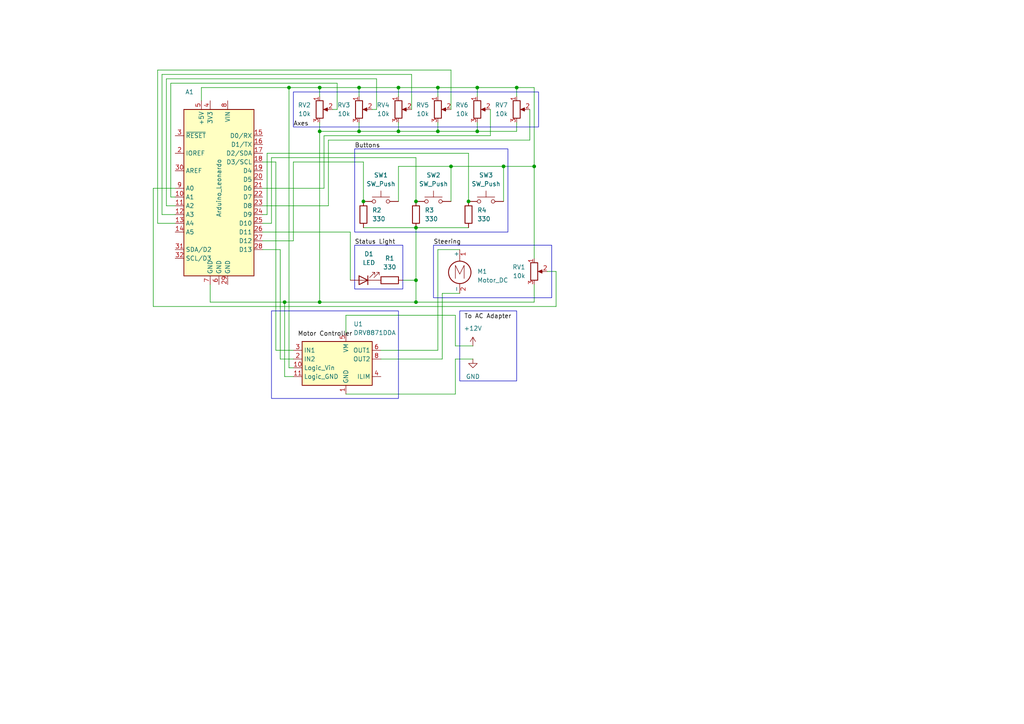
<source format=kicad_sch>
(kicad_sch (version 20231120) (generator "eeschema") (generator_version "8.0")
  (paper "A4")
  (lib_symbols
    (symbol "Device:LED" (pin_numbers hide) (pin_names (offset 1.016) hide)
      (property "Reference" "D" (at 0 2.54 0))
      (property "Value" "LED" (at 0 -2.54 0))
      (symbol "LED_0_1"
        (polyline (pts (xy -1.27 -1.27) (xy -1.27 1.27)) (stroke (width 0.254)))
        (polyline (pts (xy -1.27 0) (xy 1.27 0)))
        (polyline (pts (xy 1.27 -1.27) (xy 1.27 1.27) (xy -1.27 0) (xy 1.27 -1.27)) (stroke (width 0.254)))
        (polyline (pts (xy -3.048 -0.762) (xy -4.572 -2.286) (xy -3.81 -2.286) (xy -4.572 -2.286) (xy -4.572 -1.524)))
        (polyline (pts (xy -1.778 -0.762) (xy -3.302 -2.286) (xy -2.54 -2.286) (xy -3.302 -2.286) (xy -3.302 -1.524)))
      )
      (symbol "LED_1_1"
        (pin passive line (at -3.81 0 0) (length 2.54) (name "K") (number "1"))
        (pin passive line (at 3.81 0 180) (length 2.54) (name "A") (number "2"))
      )
    )
    (symbol "Device:R" (pin_numbers hide) (pin_names (offset 0))
      (property "Reference" "R" (at 2.032 0 90))
      (property "Value" "R" (at 0 0 90))
      (symbol "R_0_1"
        (rectangle (start -1.016 -2.54) (end 1.016 2.54) (stroke (width 0.254)))
      )
      (symbol "R_1_1"
        (pin passive line (at 0 3.81 270) (length 1.27) (name "~") (number "1"))
        (pin passive line (at 0 -3.81 90) (length 1.27) (name "~") (number "2"))
      )
    )
    (symbol "Device:R_Potentiometer" (pin_names (offset 1.016) hide)
      (property "Reference" "RV" (at -4.445 0 90))
      (property "Value" "R_Potentiometer" (at -2.54 0 90))
      (symbol "R_Potentiometer_0_1"
        (polyline (pts (xy 2.54 0) (xy 1.524 0)))
        (polyline (pts (xy 1.143 0) (xy 2.286 0.508) (xy 2.286 -0.508) (xy 1.143 0)) (fill (type outline)))
        (rectangle (start 1.016 2.54) (end -1.016 -2.54) (stroke (width 0.254)))
      )
      (symbol "R_Potentiometer_1_1"
        (pin passive line (at 0 3.81 270) (length 1.27) (name "1") (number "1"))
        (pin passive line (at 3.81 0 180) (length 1.27) (name "2") (number "2"))
        (pin passive line (at 0 -3.81 90) (length 1.27) (name "3") (number "3"))
      )
    )
    (symbol "Driver_Motor:DRV8871DDA"
      (property "Reference" "U1" (at 2.1941 10.16 0))
      (property "Value" "DRV8871DDA" (at 2.1941 7.62 0))
      (symbol "DRV8871DDA_0_1"
        (rectangle (start -12.7 5.08) (end 7.62 -7.62) (stroke (width 0.254)) (fill (type background)))
      )
      (symbol "DRV8871DDA_1_0"
        (pin passive line (at -15.24 -2.54 0) (length 2.54) (name "Logic_Vin") (number "10"))
        (pin passive line (at -15.24 -5.08 0) (length 2.54) (name "Logic_GND") (number "11"))
      )
      (symbol "DRV8871DDA_1_1"
        (pin power_in line (at 0 -10.16 90) (length 2.54) (name "GND") (number "1"))
        (pin input line (at -15.24 0 0) (length 2.54) (name "IN2") (number "2"))
        (pin input line (at -15.24 2.54 0) (length 2.54) (name "IN1") (number "3"))
        (pin passive line (at 10.16 -5.08 180) (length 2.54) (name "ILIM") (number "4"))
        (pin power_in line (at 0 7.62 270) (length 2.54) (name "VM") (number "5"))
        (pin output line (at 10.16 2.54 180) (length 2.54) (name "OUT1") (number "6"))
        (pin passive line (at 0 -10.16 90) (length 2.54) hide (name "GND") (number "7"))
        (pin output line (at 10.16 0 180) (length 2.54) (name "OUT2") (number "8"))
        (pin passive line (at 0 -10.16 90) (length 2.54) hide (name "GND") (number "9"))
      )
    )
    (symbol "MCU_Module:Arduino_Leonardo"
      (property "Reference" "A" (at -10.16 23.495 0))
      (property "Value" "Arduino_Leonardo" (at 5.08 -26.67 0))
      (symbol "Arduino_Leonardo_0_1"
        (rectangle (start -10.16 22.86) (end 10.16 -25.4) (stroke (width 0.254)) (fill (type background)))
      )
      (symbol "Arduino_Leonardo_1_1"
        (pin no_connect line (at -10.16 -20.32 0) (length 2.54) hide (name "NC") (number "1"))
        (pin bidirectional line (at 12.7 -2.54 180) (length 2.54) (name "A1") (number "10"))
        (pin bidirectional line (at 12.7 -5.08 180) (length 2.54) (name "A2") (number "11"))
        (pin bidirectional line (at 12.7 -7.62 180) (length 2.54) (name "A3") (number "12"))
        (pin bidirectional line (at 12.7 -10.16 180) (length 2.54) (name "A4") (number "13"))
        (pin bidirectional line (at 12.7 -12.7 180) (length 2.54) (name "A5") (number "14"))
        (pin bidirectional line (at -12.7 15.24 0) (length 2.54) (name "D0/RX") (number "15"))
        (pin bidirectional line (at -12.7 12.7 0) (length 2.54) (name "D1/TX") (number "16"))
        (pin bidirectional line (at -12.7 10.16 0) (length 2.54) (name "D2/SDA") (number "17"))
        (pin bidirectional line (at -12.7 7.62 0) (length 2.54) (name "D3/SCL") (number "18"))
        (pin bidirectional line (at -12.7 5.08 0) (length 2.54) (name "D4") (number "19"))
        (pin output line (at 12.7 10.16 180) (length 2.54) (name "IOREF") (number "2"))
        (pin bidirectional line (at -12.7 2.54 0) (length 2.54) (name "D5") (number "20"))
        (pin bidirectional line (at -12.7 0 0) (length 2.54) (name "D6") (number "21"))
        (pin bidirectional line (at -12.7 -2.54 0) (length 2.54) (name "D7") (number "22"))
        (pin bidirectional line (at -12.7 -5.08 0) (length 2.54) (name "D8") (number "23"))
        (pin bidirectional line (at -12.7 -7.62 0) (length 2.54) (name "D9") (number "24"))
        (pin bidirectional line (at -12.7 -10.16 0) (length 2.54) (name "D10") (number "25"))
        (pin bidirectional line (at -12.7 -12.7 0) (length 2.54) (name "D11") (number "26"))
        (pin bidirectional line (at -12.7 -15.24 0) (length 2.54) (name "D12") (number "27"))
        (pin bidirectional line (at -12.7 -17.78 0) (length 2.54) (name "D13") (number "28"))
        (pin power_in line (at -2.54 -27.94 90) (length 2.54) (name "GND") (number "29"))
        (pin input line (at 12.7 15.24 180) (length 2.54) (name "~{RESET}") (number "3"))
        (pin input line (at 12.7 5.08 180) (length 2.54) (name "AREF") (number "30"))
        (pin bidirectional line (at 12.7 -17.78 180) (length 2.54) (name "SDA/D2") (number "31"))
        (pin bidirectional line (at 12.7 -20.32 180) (length 2.54) (name "SCL/D3") (number "32"))
        (pin power_out line (at 2.54 25.4 270) (length 2.54) (name "3V3") (number "4"))
        (pin power_out line (at 5.08 25.4 270) (length 2.54) (name "+5V") (number "5"))
        (pin power_in line (at 0 -27.94 90) (length 2.54) (name "GND") (number "6"))
        (pin power_in line (at 2.54 -27.94 90) (length 2.54) (name "GND") (number "7"))
        (pin power_in line (at -2.54 25.4 270) (length 2.54) (name "VIN") (number "8"))
        (pin bidirectional line (at 12.7 0 180) (length 2.54) (name "A0") (number "9"))
      )
    )
    (symbol "Motor:Motor_DC" (pin_names (offset 0))
      (property "Reference" "M" (at 2.54 2.54 0))
      (property "Value" "Motor_DC" (at 2.54 -5.08 0))
      (symbol "Motor_DC_0_0"
        (polyline (pts (xy -1.27 -3.302) (xy -1.27 0.508) (xy 0 -2.032) (xy 1.27 0.508) (xy 1.27 -3.302)))
      )
      (symbol "Motor_DC_0_1"
        (circle (center 0 -1.524) (radius 3.2512) (stroke (width 0.254)))
        (polyline (pts (xy 0 -7.62) (xy 0 -7.112)))
        (polyline (pts (xy 0 -4.7752) (xy 0 -5.1816)))
        (polyline (pts (xy 0 1.7272) (xy 0 2.0828)))
        (polyline (pts (xy 0 2.032) (xy 0 2.54)))
      )
      (symbol "Motor_DC_1_1"
        (pin passive line (at 0 5.08 270) (length 2.54) (name "+") (number "1"))
        (pin passive line (at 0 -7.62 90) (length 2.54) (name "-") (number "2"))
      )
    )
    (symbol "Switch:SW_Push" (pin_numbers hide) (pin_names (offset 1.016) hide)
      (property "Reference" "SW" (at 1.27 2.54 0))
      (property "Value" "SW_Push" (at 0 -1.524 0))
      (symbol "SW_Push_0_1"
        (circle (center -2.032 0) (radius 0.508))
        (polyline (pts (xy 0 1.27) (xy 0 3.048)))
        (polyline (pts (xy 2.54 1.27) (xy -2.54 1.27)))
        (circle (center 2.032 0) (radius 0.508))
        (pin passive line (at -5.08 0 0) (length 2.54) (name "1") (number "1"))
        (pin passive line (at 5.08 0 180) (length 2.54) (name "2") (number "2"))
      )
    )
    (symbol "power:+12V" (power) (pin_numbers hide) (pin_names (offset 0) hide)
      (property "Value" "+12V" (at 0 3.556 0))
      (symbol "+12V_0_1"
        (polyline (pts (xy -0.762 1.27) (xy 0 2.54)))
        (polyline (pts (xy 0 0) (xy 0 2.54)))
        (polyline (pts (xy 0 2.54) (xy 0.762 1.27)))
      )
      (symbol "+12V_1_1"
        (pin power_in line (at 0 0 90) (length 0) (name "~") (number "1"))
      )
    )
    (symbol "power:GND" (power) (pin_numbers hide) (pin_names (offset 0) hide)
      (property "Value" "GND" (at 0 -3.81 0))
      (symbol "GND_0_1"
        (polyline (pts (xy 0 0) (xy 0 -1.27) (xy 1.27 -1.27) (xy 0 -2.54) (xy -1.27 -1.27) (xy 0 -1.27)))
      )
      (symbol "GND_1_1"
        (pin power_in line (at 0 0 270) (length 0) (name "~") (number "1"))
      )
    )
  )
  (junction (at 83.82 25.4))
  (junction (at 127 25.4))
  (junction (at 135.89 58.42))
  (junction (at 120.65 66.04))
  (junction (at 149.86 25.4))
  (junction (at 115.57 25.4))
  (junction (at 127 38.1))
  (junction (at 138.43 25.4))
  (junction (at 104.14 25.4))
  (junction (at 130.81 48.26))
  (junction (at 115.57 38.1))
  (junction (at 104.14 38.1))
  (junction (at 146.05 48.26))
  (junction (at 92.71 38.1))
  (junction (at 92.71 25.4))
  (junction (at 92.71 87.63))
  (junction (at 138.43 38.1))
  (junction (at 105.41 58.42))
  (junction (at 120.65 81.28))
  (junction (at 154.94 48.26))
  (junction (at 120.65 58.42))
  (junction (at 120.65 87.63))
  (junction (at 82.55 87.63))
  (wire (pts (xy 105.41 66.04) (xy 120.65 66.04)))
  (wire (pts (xy 146.05 48.26) (xy 146.05 58.42)))
  (wire (pts (xy 96.52 31.75) (xy 97.79 31.75)))
  (wire (pts (xy 76.2 46.99) (xy 80.01 46.99)))
  (wire (pts (xy 83.82 25.4) (xy 83.82 106.68)))
  (wire (pts (xy 142.24 31.75) (xy 142.24 39.37)))
  (wire (pts (xy 80.01 46.99) (xy 80.01 101.6)))
  (wire (pts (xy 120.65 87.63) (xy 154.94 87.63)))
  (wire (pts (xy 78.74 45.72) (xy 120.65 45.72)))
  (wire (pts (xy 44.45 88.9) (xy 44.45 54.61)))
  (wire (pts (xy 132.08 114.3) (xy 100.33 114.3)))
  (wire (pts (xy 138.43 35.56) (xy 138.43 38.1)))
  (wire (pts (xy 119.38 21.59) (xy 46.99 21.59)))
  (wire (pts (xy 115.57 25.4) (xy 127 25.4)))
  (wire (pts (xy 100.33 96.52) (xy 100.33 91.44)))
  (wire (pts (xy 149.86 25.4) (xy 149.86 27.94)))
  (wire (pts (xy 115.57 48.26) (xy 130.81 48.26)))
  (wire (pts (xy 45.72 20.32) (xy 45.72 64.77)))
  (wire (pts (xy 104.14 35.56) (xy 104.14 38.1)))
  (wire (pts (xy 49.53 24.13) (xy 49.53 57.15)))
  (wire (pts (xy 132.08 104.14) (xy 132.08 114.3)))
  (wire (pts (xy 44.45 54.61) (xy 50.8 54.61)))
  (wire (pts (xy 105.41 46.99) (xy 105.41 58.42)))
  (wire (pts (xy 83.82 25.4) (xy 92.71 25.4)))
  (wire (pts (xy 81.28 104.14) (xy 81.28 72.39)))
  (wire (pts (xy 120.65 81.28) (xy 120.65 87.63)))
  (wire (pts (xy 115.57 38.1) (xy 104.14 38.1)))
  (wire (pts (xy 49.53 57.15) (xy 50.8 57.15)))
  (wire (pts (xy 161.29 78.74) (xy 161.29 88.9)))
  (wire (pts (xy 120.65 45.72) (xy 120.65 58.42)))
  (wire (pts (xy 133.35 85.09) (xy 128.27 85.09)))
  (wire (pts (xy 48.26 22.86) (xy 48.26 59.69)))
  (wire (pts (xy 45.72 64.77) (xy 50.8 64.77)))
  (wire (pts (xy 80.01 101.6) (xy 85.09 101.6)))
  (wire (pts (xy 58.42 29.21) (xy 58.42 25.4)))
  (wire (pts (xy 138.43 38.1) (xy 149.86 38.1)))
  (wire (pts (xy 120.65 66.04) (xy 135.89 66.04)))
  (wire (pts (xy 78.74 64.77) (xy 78.74 45.72)))
  (wire (pts (xy 161.29 88.9) (xy 44.45 88.9)))
  (wire (pts (xy 97.79 24.13) (xy 49.53 24.13)))
  (wire (pts (xy 120.65 66.04) (xy 120.65 81.28)))
  (wire (pts (xy 85.09 104.14) (xy 81.28 104.14)))
  (wire (pts (xy 95.25 59.69) (xy 76.2 59.69)))
  (wire (pts (xy 142.24 39.37) (xy 93.98 39.37)))
  (wire (pts (xy 92.71 35.56) (xy 92.71 38.1)))
  (wire (pts (xy 77.47 44.45) (xy 135.89 44.45)))
  (wire (pts (xy 158.75 78.74) (xy 161.29 78.74)))
  (wire (pts (xy 100.33 91.44) (xy 132.08 91.44)))
  (wire (pts (xy 60.96 87.63) (xy 82.55 87.63)))
  (wire (pts (xy 93.98 39.37) (xy 93.98 54.61)))
  (wire (pts (xy 92.71 25.4) (xy 92.71 27.94)))
  (wire (pts (xy 153.67 40.64) (xy 95.25 40.64)))
  (wire (pts (xy 93.98 54.61) (xy 76.2 54.61)))
  (wire (pts (xy 128.27 85.09) (xy 128.27 104.14)))
  (wire (pts (xy 138.43 27.94) (xy 138.43 25.4)))
  (wire (pts (xy 120.65 81.28) (xy 116.84 81.28)))
  (wire (pts (xy 76.2 64.77) (xy 78.74 64.77)))
  (wire (pts (xy 130.81 48.26) (xy 146.05 48.26)))
  (wire (pts (xy 127 72.39) (xy 133.35 72.39)))
  (wire (pts (xy 154.94 48.26) (xy 154.94 25.4)))
  (wire (pts (xy 104.14 25.4) (xy 115.57 25.4)))
  (wire (pts (xy 119.38 31.75) (xy 119.38 21.59)))
  (wire (pts (xy 60.96 82.55) (xy 60.96 87.63)))
  (wire (pts (xy 132.08 104.14) (xy 137.16 104.14)))
  (wire (pts (xy 58.42 25.4) (xy 83.82 25.4)))
  (wire (pts (xy 76.2 69.85) (xy 85.09 69.85)))
  (wire (pts (xy 154.94 48.26) (xy 154.94 74.93)))
  (wire (pts (xy 92.71 87.63) (xy 120.65 87.63)))
  (wire (pts (xy 127 38.1) (xy 138.43 38.1)))
  (wire (pts (xy 101.6 81.28) (xy 101.6 67.31)))
  (wire (pts (xy 76.2 62.23) (xy 77.47 62.23)))
  (wire (pts (xy 97.79 31.75) (xy 97.79 24.13)))
  (wire (pts (xy 146.05 48.26) (xy 154.94 48.26)))
  (wire (pts (xy 154.94 82.55) (xy 154.94 87.63)))
  (wire (pts (xy 115.57 25.4) (xy 115.57 27.94)))
  (wire (pts (xy 85.09 69.85) (xy 85.09 46.99)))
  (wire (pts (xy 127 25.4) (xy 127 27.94)))
  (wire (pts (xy 153.67 31.75) (xy 153.67 40.64)))
  (wire (pts (xy 109.22 22.86) (xy 48.26 22.86)))
  (wire (pts (xy 85.09 46.99) (xy 105.41 46.99)))
  (wire (pts (xy 130.81 20.32) (xy 45.72 20.32)))
  (wire (pts (xy 127 101.6) (xy 127 72.39)))
  (wire (pts (xy 85.09 109.22) (xy 82.55 109.22)))
  (wire (pts (xy 115.57 35.56) (xy 115.57 38.1)))
  (wire (pts (xy 101.6 67.31) (xy 76.2 67.31)))
  (wire (pts (xy 77.47 62.23) (xy 77.47 44.45)))
  (wire (pts (xy 110.49 104.14) (xy 128.27 104.14)))
  (wire (pts (xy 130.81 31.75) (xy 130.81 20.32)))
  (wire (pts (xy 115.57 58.42) (xy 115.57 48.26)))
  (wire (pts (xy 127 35.56) (xy 127 38.1)))
  (wire (pts (xy 135.89 44.45) (xy 135.89 58.42)))
  (wire (pts (xy 127 25.4) (xy 138.43 25.4)))
  (wire (pts (xy 46.99 21.59) (xy 46.99 62.23)))
  (wire (pts (xy 149.86 25.4) (xy 154.94 25.4)))
  (wire (pts (xy 104.14 25.4) (xy 104.14 27.94)))
  (wire (pts (xy 92.71 25.4) (xy 104.14 25.4)))
  (wire (pts (xy 149.86 35.56) (xy 149.86 38.1)))
  (wire (pts (xy 46.99 62.23) (xy 50.8 62.23)))
  (wire (pts (xy 95.25 40.64) (xy 95.25 59.69)))
  (wire (pts (xy 110.49 101.6) (xy 127 101.6)))
  (wire (pts (xy 109.22 31.75) (xy 109.22 22.86)))
  (wire (pts (xy 81.28 72.39) (xy 76.2 72.39)))
  (wire (pts (xy 130.81 58.42) (xy 130.81 48.26)))
  (wire (pts (xy 138.43 25.4) (xy 149.86 25.4)))
  (wire (pts (xy 132.08 91.44) (xy 132.08 100.33)))
  (wire (pts (xy 115.57 38.1) (xy 127 38.1)))
  (wire (pts (xy 104.14 38.1) (xy 92.71 38.1)))
  (wire (pts (xy 85.09 106.68) (xy 83.82 106.68)))
  (wire (pts (xy 82.55 87.63) (xy 92.71 87.63)))
  (wire (pts (xy 82.55 87.63) (xy 82.55 109.22)))
  (wire (pts (xy 92.71 38.1) (xy 92.71 87.63)))
  (wire (pts (xy 48.26 59.69) (xy 50.8 59.69)))
  (wire (pts (xy 107.95 31.75) (xy 109.22 31.75)))
  (wire (pts (xy 132.08 100.33) (xy 137.16 100.33)))
  (rectangle (start 78.74 90.17) (end 115.57 115.57))
  (rectangle (start 133.35 90.17) (end 149.86 110.49))
  (rectangle (start 102.87 43.18) (end 147.32 67.31))
  (rectangle (start 85.09 26.67) (end 156.21 36.83))
  (rectangle (start 102.87 71.12) (end 116.84 83.82))
  (rectangle (start 125.73 71.12) (end 160.02 86.36))
  (label "To AC Adapter" (at 134.62 92.71 0))
  (label "Status Light" (at 102.87 71.12 0))
  (label "Motor Controller" (at 86.36 97.79 0))
  (label "Buttons" (at 102.87 43.18 0))
  (label "Steering" (at 125.73 71.12 0))
  (label "Axes" (at 85.09 36.83 0))
  (symbol (lib_id "Device:R_Potentiometer") (at 127 31.75 0) (unit 1)
    (property "Reference" "RV5" (at 124.46 30.4799 0) (effects (justify right)))
    (property "Value" "10k" (at 124.46 33.0199 0) (effects (justify right)))
    (property "Description" "Potentiometer" (effects (hide yes)))
  )
  (symbol (lib_id "Switch:SW_Push") (at 110.49 58.42 0) (unit 1)
    (property "Reference" "SW1" (at 110.49 50.8 0))
    (property "Value" "SW_Push" (at 110.49 53.34 0))
    (property "Description" "Push button switch, generic, two pins" (effects (hide yes)))
  )
  (symbol (lib_id "power:GND") (at 137.16 104.14 0) (unit 1)
    (property "Reference" "#PWR02" (effects (hide yes)))
    (property "Value" "GND" (at 137.16 109.22 0))
    (property "Description" "Power symbol creates a global label with name \"GND\" , ground" (effects (hide yes)))
  )
  (symbol (lib_id "MCU_Module:Arduino_Leonardo") (at 63.5 54.61 0) (mirror y) (unit 1)
    (property "Reference" "A1" (at 56.2259 26.67 0) (effects (justify left)))
    (property "Value" "Arduino_Leonardo" (at 63.5 62.992 90) (effects (justify left)))
    (property "Footprint" "Module:Arduino_UNO_R3" (effects (hide yes)))
    (property "Datasheet" "https://www.arduino.cc/en/Main/ArduinoBoardLeonardo" (effects (hide yes)))
    (property "Description" "Arduino LEONARDO Microcontroller Module" (effects (hide yes)))
  )
  (symbol (lib_id "Switch:SW_Push") (at 125.73 58.42 0) (unit 1)
    (property "Reference" "SW2" (at 125.73 50.8 0))
    (property "Value" "SW_Push" (at 125.73 53.34 0))
    (property "Description" "Push button switch, generic, two pins" (effects (hide yes)))
  )
  (symbol (lib_id "Device:R") (at 135.89 62.23 0) (unit 1)
    (property "Reference" "R4" (at 138.43 60.9599 0) (effects (justify left)))
    (property "Value" "330" (at 138.43 63.4999 0) (effects (justify left)))
    (property "Description" "Resistor" (effects (hide yes)))
  )
  (symbol (lib_id "Device:R_Potentiometer") (at 115.57 31.75 0) (unit 1)
    (property "Reference" "RV4" (at 113.03 30.4799 0) (effects (justify right)))
    (property "Value" "10k" (at 113.03 33.0199 0) (effects (justify right)))
    (property "Description" "Potentiometer" (effects (hide yes)))
  )
  (symbol (lib_id "Device:R_Potentiometer") (at 104.14 31.75 0) (unit 1)
    (property "Reference" "RV3" (at 101.6 30.4799 0) (effects (justify right)))
    (property "Value" "10k" (at 101.6 33.0199 0) (effects (justify right)))
    (property "Description" "Potentiometer" (effects (hide yes)))
  )
  (symbol (lib_id "Device:LED") (at 105.41 81.28 180) (unit 1)
    (property "Reference" "D1" (at 106.9975 73.66 0))
    (property "Value" "LED" (at 106.9975 76.2 0))
    (property "Description" "Light emitting diode" (effects (hide yes)))
  )
  (symbol (lib_id "power:+12V") (at 137.16 100.33 0) (unit 1)
    (property "Reference" "#PWR01" (effects (hide yes)))
    (property "Value" "+12V" (at 137.16 95.25 0))
    (property "Description" "Power symbol creates a global label with name \"+12V\"" (effects (hide yes)))
  )
  (symbol (lib_id "Device:R_Potentiometer") (at 92.71 31.75 0) (unit 1)
    (property "Reference" "RV2" (at 90.17 30.4799 0) (effects (justify right)))
    (property "Value" "10k" (at 90.17 33.0199 0) (effects (justify right)))
    (property "Description" "Potentiometer" (effects (hide yes)))
  )
  (symbol (lib_id "Driver_Motor:DRV8871DDA") (at 100.33 104.14 0) (unit 1)
    (property "Reference" "U1" (at 102.5241 93.98 0) (effects (justify left)))
    (property "Value" "DRV8871DDA" (at 102.5241 96.52 0) (effects (justify left)))
    (property "Footprint" "Package_SO:Texas_HTSOP-8-1EP_3.9x4.9mm_P1.27mm_EP2.95x4.9mm_Mask2.4x3.1mm_ThermalVias" (effects (hide yes)))
    (property "Datasheet" "http://www.ti.com/lit/ds/symlink/drv8871.pdf" (effects (hide yes)))
    (property "Description" "Brushed DC Motor Driver, PWM Control, 45V, 3.6A, Current limiting, HTSOP-8" (effects (hide yes)))
  )
  (symbol (lib_id "Switch:SW_Push") (at 140.97 58.42 0) (unit 1)
    (property "Reference" "SW3" (at 140.97 50.8 0))
    (property "Value" "SW_Push" (at 140.97 53.34 0))
    (property "Description" "Push button switch, generic, two pins" (effects (hide yes)))
  )
  (symbol (lib_id "Device:R") (at 113.03 81.28 90) (unit 1)
    (property "Reference" "R1" (at 113.03 74.93 90))
    (property "Value" "330" (at 113.03 77.47 90))
    (property "Description" "Resistor" (effects (hide yes)))
  )
  (symbol (lib_id "Motor:Motor_DC") (at 133.35 77.47 0) (unit 1)
    (property "Reference" "M1" (at 138.43 78.7399 0) (effects (justify left)))
    (property "Value" "Motor_DC" (at 138.43 81.2799 0) (effects (justify left)))
    (property "Description" "DC Motor" (effects (hide yes)))
  )
  (symbol (lib_id "Device:R") (at 105.41 62.23 0) (unit 1)
    (property "Reference" "R2" (at 107.95 60.9599 0) (effects (justify left)))
    (property "Value" "330" (at 107.95 63.4999 0) (effects (justify left)))
    (property "Description" "Resistor" (effects (hide yes)))
  )
  (symbol (lib_id "Device:R_Potentiometer") (at 154.94 78.74 0) (unit 1)
    (property "Reference" "RV1" (at 152.4 77.4699 0) (effects (justify right)))
    (property "Value" "10k" (at 152.4 80.0099 0) (effects (justify right)))
    (property "Description" "Potentiometer" (effects (hide yes)))
  )
  (symbol (lib_id "Device:R") (at 120.65 62.23 0) (unit 1)
    (property "Reference" "R3" (at 123.19 60.9599 0) (effects (justify left)))
    (property "Value" "330" (at 123.19 63.4999 0) (effects (justify left)))
    (property "Description" "Resistor" (effects (hide yes)))
  )
  (symbol (lib_id "Device:R_Potentiometer") (at 149.86 31.75 0) (unit 1)
    (property "Reference" "RV7" (at 147.32 30.4799 0) (effects (justify right)))
    (property "Value" "10k" (at 147.32 33.0199 0) (effects (justify right)))
    (property "Description" "Potentiometer" (effects (hide yes)))
  )
  (symbol (lib_id "Device:R_Potentiometer") (at 138.43 31.75 0) (unit 1)
    (property "Reference" "RV6" (at 135.89 30.4799 0) (effects (justify right)))
    (property "Value" "10k" (at 135.89 33.0199 0) (effects (justify right)))
    (property "Description" "Potentiometer" (effects (hide yes)))
  )
)
</source>
